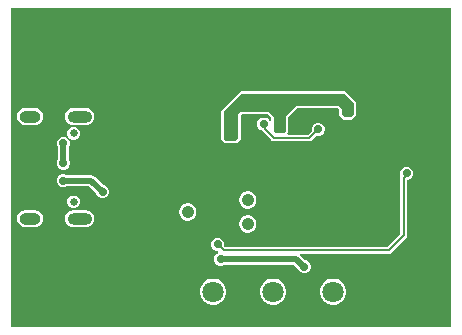
<source format=gbr>
%TF.GenerationSoftware,Altium Limited,Altium Designer,23.10.1 (27)*%
G04 Layer_Physical_Order=2*
G04 Layer_Color=16711680*
%FSLAX45Y45*%
%MOMM*%
%TF.SameCoordinates,EB818210-93EB-4193-A47C-AA10A5AE6B3E*%
%TF.FilePolarity,Positive*%
%TF.FileFunction,Copper,L2,Bot,Signal*%
%TF.Part,Single*%
G01*
G75*
%TA.AperFunction,Conductor*%
%ADD24C,0.50000*%
%ADD26C,0.20000*%
%ADD29C,0.15000*%
%TA.AperFunction,TestPad*%
%ADD31C,1.80000*%
%ADD32O,2.10000X1.00000*%
%ADD33C,0.65000*%
%ADD34O,1.80000X1.00000*%
%TA.AperFunction,ViaPad*%
%ADD35C,4.00000*%
%TA.AperFunction,ComponentPad*%
%ADD36C,1.06700*%
%TA.AperFunction,ViaPad*%
%ADD37C,0.70000*%
G36*
X1725000Y-1350000D02*
X-2000001D01*
Y1350000D01*
X1725000D01*
Y-1350000D01*
D02*
G37*
%LPC*%
G36*
X825000Y645392D02*
X-50000D01*
X-57804Y643840D01*
X-64419Y639419D01*
X-64420Y639419D01*
X-214419Y489419D01*
X-218840Y482804D01*
X-220392Y475000D01*
Y245195D01*
X-218840Y237391D01*
X-214419Y230776D01*
X-214419Y230775D01*
X-194225Y210581D01*
X-194224Y210581D01*
X-187608Y206160D01*
X-179805Y204608D01*
X-100001D01*
X-100000Y204608D01*
X-92196Y206160D01*
X-85581Y210581D01*
X-60581Y235581D01*
X-56160Y242196D01*
X-54608Y250000D01*
Y441554D01*
X-46432Y449730D01*
X172058D01*
X204608Y417180D01*
Y393529D01*
X191908Y391003D01*
X188179Y400005D01*
X172708Y415476D01*
X152493Y423850D01*
X130613D01*
X110398Y415476D01*
X94926Y400005D01*
X86553Y379790D01*
Y357910D01*
X94926Y337695D01*
X110398Y322223D01*
X123174Y316931D01*
X123606Y314760D01*
X129684Y305664D01*
X204602Y230745D01*
X213699Y224667D01*
X224429Y222533D01*
X525571D01*
X536301Y224667D01*
X545398Y230745D01*
X585943Y271291D01*
X589060Y270000D01*
X610940D01*
X631155Y278374D01*
X646627Y293845D01*
X655000Y314060D01*
Y335940D01*
X646627Y356155D01*
X631155Y371627D01*
X610940Y380000D01*
X589060D01*
X568845Y371627D01*
X553374Y356155D01*
X545000Y335940D01*
Y314060D01*
X546291Y310943D01*
X513958Y278610D01*
X344437D01*
X339577Y290343D01*
X341755Y292521D01*
X346175Y299137D01*
X347727Y306940D01*
Y424157D01*
X428178Y504608D01*
X766552Y504608D01*
X779608Y491552D01*
Y450001D01*
X779608Y450000D01*
X781160Y442196D01*
X785581Y435581D01*
X810581Y410581D01*
X817196Y406160D01*
X825000Y404608D01*
X875000Y404608D01*
X882803Y406160D01*
X889419Y410580D01*
X889420Y410581D01*
X914419Y435581D01*
X918840Y442196D01*
X920392Y450000D01*
Y549999D01*
X920392Y550000D01*
X918840Y557804D01*
X914419Y564419D01*
X839419Y639419D01*
X832804Y643840D01*
X825000Y645392D01*
D02*
G37*
G36*
X-1364750Y502604D02*
X-1474750D01*
X-1493024Y500198D01*
X-1510052Y493144D01*
X-1524675Y481924D01*
X-1535895Y467302D01*
X-1542948Y450273D01*
X-1545354Y432000D01*
X-1542948Y413726D01*
X-1535895Y396698D01*
X-1524675Y382075D01*
X-1510052Y370855D01*
X-1493024Y363802D01*
X-1474750Y361396D01*
X-1364750D01*
X-1346476Y363802D01*
X-1329448Y370855D01*
X-1314825Y382075D01*
X-1303605Y396698D01*
X-1296552Y413726D01*
X-1294146Y432000D01*
X-1296552Y450273D01*
X-1303605Y467302D01*
X-1314825Y481924D01*
X-1329448Y493144D01*
X-1346476Y500198D01*
X-1364750Y502604D01*
D02*
G37*
G36*
X-1797750D02*
X-1877750D01*
X-1896023Y500198D01*
X-1913052Y493144D01*
X-1927674Y481924D01*
X-1938895Y467302D01*
X-1945948Y450273D01*
X-1948354Y432000D01*
X-1945948Y413726D01*
X-1938895Y396698D01*
X-1927674Y382075D01*
X-1913052Y370855D01*
X-1896023Y363802D01*
X-1877750Y361396D01*
X-1797750D01*
X-1779477Y363802D01*
X-1762448Y370855D01*
X-1747826Y382075D01*
X-1736605Y396698D01*
X-1729552Y413726D01*
X-1727146Y432000D01*
X-1729552Y450273D01*
X-1736605Y467302D01*
X-1747826Y481924D01*
X-1762448Y493144D01*
X-1779477Y500198D01*
X-1797750Y502604D01*
D02*
G37*
G36*
X-1459307Y341500D02*
X-1480193D01*
X-1499489Y333507D01*
X-1514257Y318739D01*
X-1522250Y299443D01*
Y278557D01*
X-1514257Y259261D01*
X-1499489Y244492D01*
X-1480193Y236500D01*
X-1459307D01*
X-1440011Y244492D01*
X-1425243Y259261D01*
X-1417250Y278557D01*
Y299443D01*
X-1425243Y318739D01*
X-1440011Y333507D01*
X-1459307Y341500D01*
D02*
G37*
G36*
X-1546278Y259018D02*
X-1568158D01*
X-1588373Y250645D01*
X-1603844Y235173D01*
X-1612218Y214958D01*
Y193078D01*
X-1603844Y172863D01*
X-1602523Y171542D01*
Y69269D01*
X-1602691Y69101D01*
X-1611065Y48886D01*
Y27006D01*
X-1602691Y6791D01*
X-1587220Y-8681D01*
X-1567005Y-17054D01*
X-1545125D01*
X-1524910Y-8681D01*
X-1509438Y6791D01*
X-1501065Y27006D01*
Y48886D01*
X-1509438Y69101D01*
X-1510760Y70422D01*
Y172695D01*
X-1510591Y172863D01*
X-1502218Y193078D01*
Y214958D01*
X-1510591Y235173D01*
X-1526063Y250645D01*
X-1546278Y259018D01*
D02*
G37*
G36*
X-1548584Y-54675D02*
X-1570464D01*
X-1590679Y-63048D01*
X-1606151Y-78520D01*
X-1614524Y-98735D01*
Y-120615D01*
X-1606151Y-140830D01*
X-1590679Y-156301D01*
X-1570464Y-164675D01*
X-1548584D01*
X-1528369Y-156301D01*
X-1527624Y-155556D01*
X-1340953D01*
X-1280072Y-216437D01*
Y-217491D01*
X-1271699Y-237705D01*
X-1256227Y-253177D01*
X-1236012Y-261550D01*
X-1214132D01*
X-1193917Y-253177D01*
X-1178446Y-237705D01*
X-1170072Y-217491D01*
Y-195610D01*
X-1178446Y-175396D01*
X-1193917Y-159924D01*
X-1214132Y-151551D01*
X-1215186D01*
X-1289505Y-77232D01*
X-1304390Y-67286D01*
X-1321948Y-63793D01*
X-1527624D01*
X-1528369Y-63048D01*
X-1548584Y-54675D01*
D02*
G37*
G36*
X-1459307Y-236500D02*
X-1480193D01*
X-1499489Y-244493D01*
X-1514257Y-259261D01*
X-1522250Y-278557D01*
Y-299443D01*
X-1514257Y-318739D01*
X-1499489Y-333508D01*
X-1480193Y-341500D01*
X-1459307D01*
X-1440011Y-333508D01*
X-1425243Y-318739D01*
X-1417250Y-299443D01*
Y-278557D01*
X-1425243Y-259261D01*
X-1440011Y-244493D01*
X-1459307Y-236500D01*
D02*
G37*
G36*
X13657Y-200050D02*
X-5657D01*
X-24312Y-205049D01*
X-41038Y-214705D01*
X-54695Y-228362D01*
X-64351Y-245088D01*
X-69350Y-263743D01*
Y-283057D01*
X-64351Y-301712D01*
X-54695Y-318438D01*
X-41038Y-332095D01*
X-24312Y-341751D01*
X-5657Y-346750D01*
X13657D01*
X32312Y-341751D01*
X49038Y-332095D01*
X62695Y-318438D01*
X72351Y-301712D01*
X77350Y-283057D01*
Y-263743D01*
X72351Y-245088D01*
X62695Y-228362D01*
X49038Y-214705D01*
X32312Y-205049D01*
X13657Y-200050D01*
D02*
G37*
G36*
X-494343Y-301650D02*
X-513657D01*
X-532312Y-306649D01*
X-549038Y-316305D01*
X-562695Y-329962D01*
X-572351Y-346688D01*
X-577350Y-365343D01*
Y-384657D01*
X-572351Y-403312D01*
X-562695Y-420038D01*
X-549038Y-433695D01*
X-532312Y-443351D01*
X-513657Y-448350D01*
X-494343D01*
X-475688Y-443351D01*
X-458962Y-433695D01*
X-445305Y-420038D01*
X-435649Y-403312D01*
X-430650Y-384657D01*
Y-365343D01*
X-435649Y-346688D01*
X-445305Y-329962D01*
X-458962Y-316305D01*
X-475688Y-306649D01*
X-494343Y-301650D01*
D02*
G37*
G36*
X-1364750Y-361396D02*
X-1474750D01*
X-1493024Y-363802D01*
X-1510052Y-370855D01*
X-1524675Y-382076D01*
X-1535895Y-396698D01*
X-1542948Y-413727D01*
X-1545354Y-432000D01*
X-1542948Y-450274D01*
X-1535895Y-467302D01*
X-1524675Y-481925D01*
X-1510052Y-493145D01*
X-1493024Y-500198D01*
X-1474750Y-502604D01*
X-1364750D01*
X-1346476Y-500198D01*
X-1329448Y-493145D01*
X-1314825Y-481925D01*
X-1303605Y-467302D01*
X-1296552Y-450274D01*
X-1294146Y-432000D01*
X-1296552Y-413727D01*
X-1303605Y-396698D01*
X-1314825Y-382076D01*
X-1329448Y-370855D01*
X-1346476Y-363802D01*
X-1364750Y-361396D01*
D02*
G37*
G36*
X-1797750D02*
X-1877750D01*
X-1896023Y-363802D01*
X-1913052Y-370855D01*
X-1927674Y-382076D01*
X-1938895Y-396698D01*
X-1945948Y-413727D01*
X-1948354Y-432000D01*
X-1945948Y-450274D01*
X-1938895Y-467302D01*
X-1927674Y-481925D01*
X-1913052Y-493145D01*
X-1896023Y-500198D01*
X-1877750Y-502604D01*
X-1797750D01*
X-1779477Y-500198D01*
X-1762448Y-493145D01*
X-1747826Y-481925D01*
X-1736605Y-467302D01*
X-1729552Y-450274D01*
X-1727146Y-432000D01*
X-1729552Y-413727D01*
X-1736605Y-396698D01*
X-1747826Y-382076D01*
X-1762448Y-370855D01*
X-1779477Y-363802D01*
X-1797750Y-361396D01*
D02*
G37*
G36*
X13657Y-403250D02*
X-5657D01*
X-24312Y-408249D01*
X-41038Y-417905D01*
X-54695Y-431562D01*
X-64351Y-448288D01*
X-69350Y-466943D01*
Y-486257D01*
X-64351Y-504912D01*
X-54695Y-521638D01*
X-41038Y-535295D01*
X-24312Y-544951D01*
X-5657Y-549950D01*
X13657D01*
X32312Y-544951D01*
X49038Y-535295D01*
X62695Y-521638D01*
X72351Y-504912D01*
X77350Y-486257D01*
Y-466943D01*
X72351Y-448288D01*
X62695Y-431562D01*
X49038Y-417905D01*
X32312Y-408249D01*
X13657Y-403250D01*
D02*
G37*
G36*
X1360940Y5000D02*
X1339060D01*
X1318845Y-3373D01*
X1303374Y-18845D01*
X1295000Y-39060D01*
Y-60940D01*
X1299264Y-71234D01*
X1296741Y-75011D01*
X1294412Y-86716D01*
X1294412Y-86717D01*
Y-562330D01*
X1187330Y-669412D01*
X-186547D01*
X-195000Y-660940D01*
Y-639060D01*
X-203373Y-618845D01*
X-218845Y-603373D01*
X-239060Y-595000D01*
X-260940D01*
X-281155Y-603373D01*
X-296627Y-618845D01*
X-305000Y-639060D01*
Y-660940D01*
X-296627Y-681155D01*
X-281155Y-696626D01*
X-260940Y-705000D01*
X-247305D01*
X-243750Y-709813D01*
X-248131Y-725050D01*
X-256155Y-728373D01*
X-271627Y-743845D01*
X-280000Y-764060D01*
Y-785940D01*
X-271627Y-806155D01*
X-256155Y-821626D01*
X-235940Y-830000D01*
X-214060D01*
X-193845Y-821626D01*
X-193100Y-820882D01*
X392303D01*
X430623Y-859201D01*
X435915Y-871976D01*
X451386Y-887447D01*
X471601Y-895821D01*
X493481D01*
X513696Y-887447D01*
X529168Y-871976D01*
X537541Y-851761D01*
Y-829881D01*
X529168Y-809666D01*
X513696Y-794194D01*
X493481Y-785821D01*
X487015D01*
X444482Y-743288D01*
X444736Y-740175D01*
X448698Y-730588D01*
X1199999D01*
X1200000Y-730588D01*
X1211705Y-728259D01*
X1221629Y-721629D01*
X1346628Y-596629D01*
X1346629Y-596629D01*
X1353259Y-586705D01*
X1355588Y-575000D01*
Y-105000D01*
X1360940D01*
X1381155Y-96626D01*
X1396627Y-81155D01*
X1405000Y-60940D01*
Y-39060D01*
X1396627Y-18845D01*
X1381155Y-3373D01*
X1360940Y5000D01*
D02*
G37*
G36*
X743482Y-940000D02*
X714518D01*
X686542Y-947496D01*
X661459Y-961978D01*
X640978Y-982459D01*
X626497Y-1007542D01*
X619000Y-1035518D01*
Y-1064482D01*
X626497Y-1092458D01*
X640978Y-1117541D01*
X661459Y-1138022D01*
X686542Y-1152503D01*
X714518Y-1160000D01*
X743482D01*
X771458Y-1152503D01*
X796541Y-1138022D01*
X817022Y-1117541D01*
X831504Y-1092458D01*
X839000Y-1064482D01*
Y-1035518D01*
X831504Y-1007542D01*
X817022Y-982459D01*
X796541Y-961978D01*
X771458Y-947496D01*
X743482Y-940000D01*
D02*
G37*
G36*
X235482D02*
X206518D01*
X178542Y-947496D01*
X153459Y-961978D01*
X132978Y-982459D01*
X118497Y-1007542D01*
X111000Y-1035518D01*
Y-1064482D01*
X118497Y-1092458D01*
X132978Y-1117541D01*
X153459Y-1138022D01*
X178542Y-1152503D01*
X206518Y-1160000D01*
X235482D01*
X263458Y-1152503D01*
X288541Y-1138022D01*
X309022Y-1117541D01*
X323504Y-1092458D01*
X331000Y-1064482D01*
Y-1035518D01*
X323504Y-1007542D01*
X309022Y-982459D01*
X288541Y-961978D01*
X263458Y-947496D01*
X235482Y-940000D01*
D02*
G37*
G36*
X-272518D02*
X-301482D01*
X-329458Y-947496D01*
X-354541Y-961978D01*
X-375022Y-982459D01*
X-389503Y-1007542D01*
X-397000Y-1035518D01*
Y-1064482D01*
X-389503Y-1092458D01*
X-375022Y-1117541D01*
X-354541Y-1138022D01*
X-329458Y-1152503D01*
X-301482Y-1160000D01*
X-272518D01*
X-244542Y-1152503D01*
X-219459Y-1138022D01*
X-198978Y-1117541D01*
X-184496Y-1092458D01*
X-177000Y-1064482D01*
Y-1035518D01*
X-184496Y-1007542D01*
X-198978Y-982459D01*
X-219459Y-961978D01*
X-244542Y-947496D01*
X-272518Y-940000D01*
D02*
G37*
%LPD*%
G36*
X900000Y550000D02*
Y450000D01*
X875000Y425000D01*
X825000Y425000D01*
X800000Y450000D01*
Y499999D01*
X774999Y524999D01*
X419732Y525000D01*
X327335Y432603D01*
Y306940D01*
X312555Y292160D01*
X243054D01*
X225000Y310214D01*
Y425626D01*
X180504Y470122D01*
X-54878D01*
X-75000Y450000D01*
Y250000D01*
X-100000Y225000D01*
X-179805D01*
X-200000Y245195D01*
Y475000D01*
X-50000Y625000D01*
X825000D01*
X900000Y550000D01*
D02*
G37*
D24*
X-225000Y-775000D02*
X411308D01*
X477129Y-840821D01*
X482541D01*
X-1556641Y38522D02*
X-1556065Y37946D01*
X-1557218Y204018D02*
X-1556641Y203442D01*
Y38522D02*
Y203442D01*
X-1559524Y-109675D02*
X-1321948D01*
X-1225072Y-206551D01*
X-1248017Y320006D02*
X-1248011D01*
D26*
X1350000Y-61716D02*
Y-50000D01*
X1325000Y-575000D02*
Y-86716D01*
X1200000Y-700000D02*
X1325000Y-575000D01*
Y-86716D02*
X1350000Y-61716D01*
X-200000Y-700000D02*
X1200000D01*
X-250000Y-650000D02*
X-200000Y-700000D01*
D29*
X141553Y368850D02*
X149510Y360893D01*
Y325490D02*
X224429Y250572D01*
X525571D01*
X149510Y325490D02*
Y360893D01*
X525571Y250572D02*
X600000Y325000D01*
D31*
X983000Y-1050000D02*
D03*
X729000D02*
D03*
X475000D02*
D03*
X221000D02*
D03*
X-33000D02*
D03*
X-287000D02*
D03*
D32*
X-1419750Y-432000D02*
D03*
Y432000D02*
D03*
D33*
X-1469750Y289000D02*
D03*
Y-289000D02*
D03*
D34*
X-1837750Y432000D02*
D03*
Y-432000D02*
D03*
D35*
X-1700000Y1075000D02*
D03*
X1425000Y-1075000D02*
D03*
X-1700000D02*
D03*
X1425000Y1075000D02*
D03*
D36*
X-504000Y-375000D02*
D03*
X4000Y-273400D02*
D03*
Y-476600D02*
D03*
D37*
X1600007Y700006D02*
D03*
Y300006D02*
D03*
Y-99994D02*
D03*
Y-499995D02*
D03*
Y-1299995D02*
D03*
X1400007Y700006D02*
D03*
X1500007Y500006D02*
D03*
X1400007Y300006D02*
D03*
X1500007Y100006D02*
D03*
Y-299995D02*
D03*
X1400007Y-499995D02*
D03*
X1500007Y-699995D02*
D03*
X1200006Y700006D02*
D03*
X1300007Y500006D02*
D03*
Y-699995D02*
D03*
X1200006Y-899995D02*
D03*
Y-1299995D02*
D03*
X1000006Y1100006D02*
D03*
X1100006Y900006D02*
D03*
X1000006Y700006D02*
D03*
X1100006Y500006D02*
D03*
X1000006Y300006D02*
D03*
X1100006Y100006D02*
D03*
X1000006Y-899995D02*
D03*
X800006Y1100006D02*
D03*
X900006Y900006D02*
D03*
X800006Y700006D02*
D03*
Y-899995D02*
D03*
Y-1299995D02*
D03*
X600006Y1100006D02*
D03*
X700006Y900006D02*
D03*
X600006Y700006D02*
D03*
Y-899995D02*
D03*
Y-1299995D02*
D03*
X500006Y100006D02*
D03*
X400006Y-499995D02*
D03*
Y-899995D02*
D03*
X300006Y-299995D02*
D03*
X200006Y-499995D02*
D03*
Y-1299995D02*
D03*
X6Y700006D02*
D03*
Y-899995D02*
D03*
X-199994Y-1299995D02*
D03*
X-299994Y100006D02*
D03*
X-399994Y-1299995D02*
D03*
X-499994Y100006D02*
D03*
X-599994Y-499995D02*
D03*
X-499994Y-699995D02*
D03*
X-599994Y-899995D02*
D03*
Y-1299995D02*
D03*
X-799995Y700006D02*
D03*
X-699995Y100006D02*
D03*
Y-299995D02*
D03*
X-799995Y-499995D02*
D03*
X-699995Y-699995D02*
D03*
X-799995Y-899995D02*
D03*
Y-1299995D02*
D03*
X-899995Y900006D02*
D03*
X-999995Y700006D02*
D03*
X-899995Y100006D02*
D03*
Y-299995D02*
D03*
X-999995Y-499995D02*
D03*
X-899995Y-699995D02*
D03*
X-999995Y-899995D02*
D03*
Y-1299995D02*
D03*
X-1099995Y900006D02*
D03*
X-1199995Y700006D02*
D03*
X-1099995Y100006D02*
D03*
Y-299995D02*
D03*
Y-699995D02*
D03*
X-1199995Y-899995D02*
D03*
Y-1299995D02*
D03*
X-1399995Y1100006D02*
D03*
Y700006D02*
D03*
X-1299995Y-699995D02*
D03*
Y-1099995D02*
D03*
X-1399995Y-1299995D02*
D03*
X-1499995Y900006D02*
D03*
X-1799995Y700006D02*
D03*
Y300006D02*
D03*
Y-99994D02*
D03*
X-1699995Y-699995D02*
D03*
X-864805Y243096D02*
D03*
X702239Y463103D02*
D03*
X850000Y475000D02*
D03*
X126924Y175000D02*
D03*
X-733865Y244083D02*
D03*
X-400121Y699937D02*
D03*
X478167Y860000D02*
D03*
X141553Y368850D02*
D03*
X600000Y325000D02*
D03*
X112500Y825000D02*
D03*
X275000Y350000D02*
D03*
X-146579Y277689D02*
D03*
X1350000Y-50000D02*
D03*
X-250000Y-650000D02*
D03*
X-225000Y-775000D02*
D03*
X-125000Y-625000D02*
D03*
X983000Y-1258000D02*
D03*
X475000Y-1267619D02*
D03*
X-33000Y-1267000D02*
D03*
X482541Y-840821D02*
D03*
X1241583Y280372D02*
D03*
X700000Y-540000D02*
D03*
X1240974Y-136424D02*
D03*
X1127036Y-495000D02*
D03*
X857036Y-315001D02*
D03*
X483366Y1004801D02*
D03*
X-1225000Y-575000D02*
D03*
X-1557218Y204018D02*
D03*
X-1559524Y-109675D02*
D03*
X-1556065Y37946D02*
D03*
X-1225072Y-206551D02*
D03*
X-1230000Y-320000D02*
D03*
X-574713Y996682D02*
D03*
X-1248017Y320006D02*
D03*
X-1247499Y560630D02*
D03*
%TF.MD5,1762dd215ef2bb9573779097eb58c9c7*%
M02*

</source>
